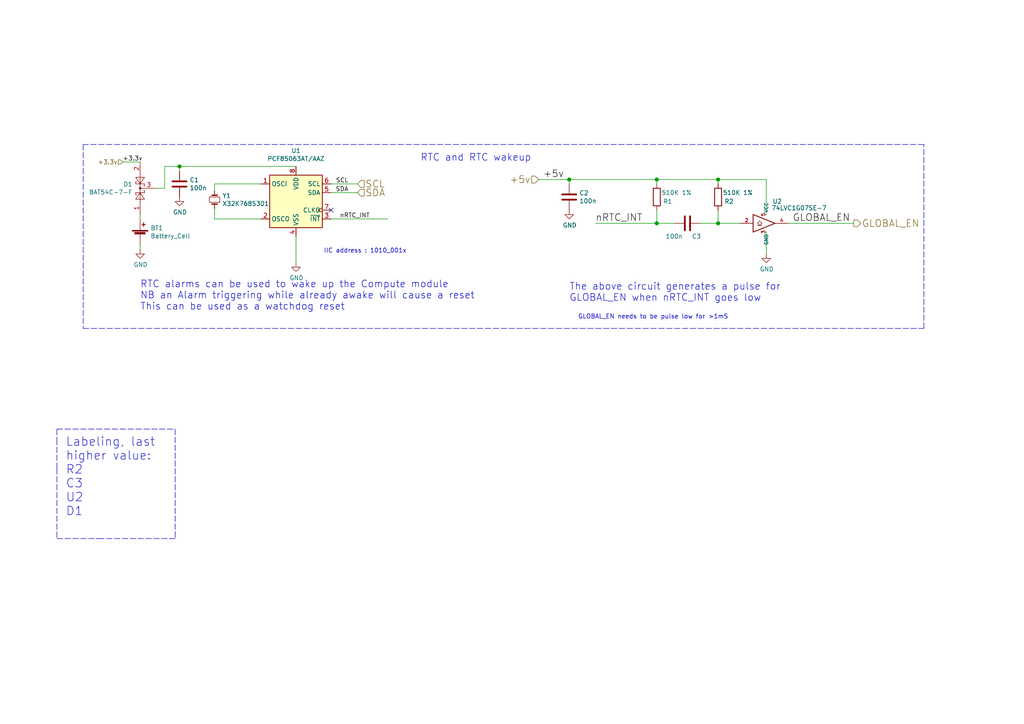
<source format=kicad_sch>
(kicad_sch (version 20210621) (generator eeschema)

  (uuid 3f570801-f100-4642-9b55-9d95a78f7f47)

  (paper "A4")

  (title_block
    (title "RTC")
    (date "2021-10-22")
    (rev "01")
    (company "Surveilia")
    (comment 1 "Author: Chase W. & Kaden T.")
  )

  (lib_symbols
    (symbol "CM4IO:74LVC1G07_copy" (in_bom yes) (on_board yes)
      (property "Reference" "U" (id 0) (at -2.54 3.81 0)
        (effects (font (size 1.27 1.27)))
      )
      (property "Value" "74LVC1G07_copy" (id 1) (at 0 -3.81 0)
        (effects (font (size 1.27 1.27)))
      )
      (property "Footprint" "Package_TO_SOT_SMD:SOT-353_SC-70-5" (id 2) (at 0 0 0)
        (effects (font (size 1.27 1.27)) hide)
      )
      (property "Datasheet" "http://www.ti.com/lit/sg/scyt129e/scyt129e.pdf" (id 3) (at 0 0 0)
        (effects (font (size 1.27 1.27)) hide)
      )
      (property "ki_keywords" "Single Gate Buff LVC CMOS Open Drain" (id 4) (at 0 0 0)
        (effects (font (size 1.27 1.27)) hide)
      )
      (property "ki_description" "Single Buffer Gate w/ Open Drain, Low-Voltage CMOS" (id 5) (at 0 0 0)
        (effects (font (size 1.27 1.27)) hide)
      )
      (property "ki_fp_filters" "SOT* SG-*" (id 6) (at 0 0 0)
        (effects (font (size 1.27 1.27)) hide)
      )
      (symbol "74LVC1G07_copy_0_1"
        (polyline
          (pts
            (xy -2.54 -0.635)
            (xy -1.27 -0.635)
          )
          (stroke (width 0)) (fill (type none))
        )
        (polyline
          (pts
            (xy -3.81 2.54)
            (xy -3.81 -2.54)
            (xy 2.54 0)
            (xy -3.81 2.54)
          )
          (stroke (width 0.254)) (fill (type none))
        )
        (polyline
          (pts
            (xy -1.905 0.635)
            (xy -2.54 0)
            (xy -1.905 -0.635)
            (xy -1.27 0)
            (xy -1.905 0.635)
          )
          (stroke (width 0)) (fill (type none))
        )
      )
      (symbol "74LVC1G07_copy_1_1"
        (pin input line (at -7.62 0 0) (length 3.81)
          (name "~" (effects (font (size 1.016 1.016))))
          (number "2" (effects (font (size 1.016 1.016))))
        )
        (pin power_in line (at 0 -2.54 270) (length 0)
          (name "GND" (effects (font (size 1.016 1.016))))
          (number "3" (effects (font (size 1.016 1.016))))
        )
        (pin open_collector line (at 6.35 0 180) (length 3.81)
          (name "~" (effects (font (size 1.016 1.016))))
          (number "4" (effects (font (size 1.016 1.016))))
        )
        (pin power_in line (at 0 2.54 90) (length 0)
          (name "VCC" (effects (font (size 1.016 1.016))))
          (number "5" (effects (font (size 1.016 1.016))))
        )
      )
    )
    (symbol "Device:Battery_Cell" (pin_numbers hide) (pin_names (offset 0) hide) (in_bom yes) (on_board yes)
      (property "Reference" "BT" (id 0) (at 2.54 2.54 0)
        (effects (font (size 1.27 1.27)) (justify left))
      )
      (property "Value" "Battery_Cell" (id 1) (at 2.54 0 0)
        (effects (font (size 1.27 1.27)) (justify left))
      )
      (property "Footprint" "" (id 2) (at 0 1.524 90)
        (effects (font (size 1.27 1.27)) hide)
      )
      (property "Datasheet" "~" (id 3) (at 0 1.524 90)
        (effects (font (size 1.27 1.27)) hide)
      )
      (property "ki_keywords" "battery cell" (id 4) (at 0 0 0)
        (effects (font (size 1.27 1.27)) hide)
      )
      (property "ki_description" "Single-cell battery" (id 5) (at 0 0 0)
        (effects (font (size 1.27 1.27)) hide)
      )
      (symbol "Battery_Cell_0_1"
        (rectangle (start -2.286 1.778) (end 2.286 1.524)
          (stroke (width 0)) (fill (type outline))
        )
        (rectangle (start -1.5748 1.1938) (end 1.4732 0.6858)
          (stroke (width 0)) (fill (type outline))
        )
        (polyline
          (pts
            (xy 0 0.762)
            (xy 0 0)
          )
          (stroke (width 0)) (fill (type none))
        )
        (polyline
          (pts
            (xy 0 1.778)
            (xy 0 2.54)
          )
          (stroke (width 0)) (fill (type none))
        )
        (polyline
          (pts
            (xy 0.508 3.429)
            (xy 1.524 3.429)
          )
          (stroke (width 0.254)) (fill (type none))
        )
        (polyline
          (pts
            (xy 1.016 3.937)
            (xy 1.016 2.921)
          )
          (stroke (width 0.254)) (fill (type none))
        )
      )
      (symbol "Battery_Cell_1_1"
        (pin passive line (at 0 5.08 270) (length 2.54)
          (name "+" (effects (font (size 1.27 1.27))))
          (number "1" (effects (font (size 1.27 1.27))))
        )
        (pin passive line (at 0 -2.54 90) (length 2.54)
          (name "-" (effects (font (size 1.27 1.27))))
          (number "2" (effects (font (size 1.27 1.27))))
        )
      )
    )
    (symbol "Device:C" (pin_numbers hide) (pin_names (offset 0.254)) (in_bom yes) (on_board yes)
      (property "Reference" "C" (id 0) (at 0.635 2.54 0)
        (effects (font (size 1.27 1.27)) (justify left))
      )
      (property "Value" "C" (id 1) (at 0.635 -2.54 0)
        (effects (font (size 1.27 1.27)) (justify left))
      )
      (property "Footprint" "" (id 2) (at 0.9652 -3.81 0)
        (effects (font (size 1.27 1.27)) hide)
      )
      (property "Datasheet" "~" (id 3) (at 0 0 0)
        (effects (font (size 1.27 1.27)) hide)
      )
      (property "ki_keywords" "cap capacitor" (id 4) (at 0 0 0)
        (effects (font (size 1.27 1.27)) hide)
      )
      (property "ki_description" "Unpolarized capacitor" (id 5) (at 0 0 0)
        (effects (font (size 1.27 1.27)) hide)
      )
      (property "ki_fp_filters" "C_*" (id 6) (at 0 0 0)
        (effects (font (size 1.27 1.27)) hide)
      )
      (symbol "C_0_1"
        (polyline
          (pts
            (xy -2.032 -0.762)
            (xy 2.032 -0.762)
          )
          (stroke (width 0.508)) (fill (type none))
        )
        (polyline
          (pts
            (xy -2.032 0.762)
            (xy 2.032 0.762)
          )
          (stroke (width 0.508)) (fill (type none))
        )
      )
      (symbol "C_1_1"
        (pin passive line (at 0 3.81 270) (length 2.794)
          (name "~" (effects (font (size 1.27 1.27))))
          (number "1" (effects (font (size 1.27 1.27))))
        )
        (pin passive line (at 0 -3.81 90) (length 2.794)
          (name "~" (effects (font (size 1.27 1.27))))
          (number "2" (effects (font (size 1.27 1.27))))
        )
      )
    )
    (symbol "Device:Crystal_Small" (pin_numbers hide) (pin_names hide) (in_bom yes) (on_board yes)
      (property "Reference" "Y" (id 0) (at 0 2.54 0)
        (effects (font (size 1.27 1.27)))
      )
      (property "Value" "Crystal_Small" (id 1) (at 0 -2.54 0)
        (effects (font (size 1.27 1.27)))
      )
      (property "Footprint" "" (id 2) (at 0 0 0)
        (effects (font (size 1.27 1.27)) hide)
      )
      (property "Datasheet" "~" (id 3) (at 0 0 0)
        (effects (font (size 1.27 1.27)) hide)
      )
      (property "ki_keywords" "quartz ceramic resonator oscillator" (id 4) (at 0 0 0)
        (effects (font (size 1.27 1.27)) hide)
      )
      (property "ki_description" "Two pin crystal, small symbol" (id 5) (at 0 0 0)
        (effects (font (size 1.27 1.27)) hide)
      )
      (property "ki_fp_filters" "Crystal*" (id 6) (at 0 0 0)
        (effects (font (size 1.27 1.27)) hide)
      )
      (symbol "Crystal_Small_0_1"
        (rectangle (start -0.762 -1.524) (end 0.762 1.524)
          (stroke (width 0)) (fill (type none))
        )
        (polyline
          (pts
            (xy -1.27 -0.762)
            (xy -1.27 0.762)
          )
          (stroke (width 0.381)) (fill (type none))
        )
        (polyline
          (pts
            (xy 1.27 -0.762)
            (xy 1.27 0.762)
          )
          (stroke (width 0.381)) (fill (type none))
        )
      )
      (symbol "Crystal_Small_1_1"
        (pin passive line (at -2.54 0 0) (length 1.27)
          (name "1" (effects (font (size 1.27 1.27))))
          (number "1" (effects (font (size 1.27 1.27))))
        )
        (pin passive line (at 2.54 0 180) (length 1.27)
          (name "2" (effects (font (size 1.27 1.27))))
          (number "2" (effects (font (size 1.27 1.27))))
        )
      )
    )
    (symbol "Device:R" (pin_numbers hide) (pin_names (offset 0)) (in_bom yes) (on_board yes)
      (property "Reference" "R" (id 0) (at 2.032 0 90)
        (effects (font (size 1.27 1.27)))
      )
      (property "Value" "R" (id 1) (at 0 0 90)
        (effects (font (size 1.27 1.27)))
      )
      (property "Footprint" "" (id 2) (at -1.778 0 90)
        (effects (font (size 1.27 1.27)) hide)
      )
      (property "Datasheet" "~" (id 3) (at 0 0 0)
        (effects (font (size 1.27 1.27)) hide)
      )
      (property "ki_keywords" "R res resistor" (id 4) (at 0 0 0)
        (effects (font (size 1.27 1.27)) hide)
      )
      (property "ki_description" "Resistor" (id 5) (at 0 0 0)
        (effects (font (size 1.27 1.27)) hide)
      )
      (property "ki_fp_filters" "R_*" (id 6) (at 0 0 0)
        (effects (font (size 1.27 1.27)) hide)
      )
      (symbol "R_0_1"
        (rectangle (start -1.016 -2.54) (end 1.016 2.54)
          (stroke (width 0.254)) (fill (type none))
        )
      )
      (symbol "R_1_1"
        (pin passive line (at 0 3.81 270) (length 1.27)
          (name "~" (effects (font (size 1.27 1.27))))
          (number "1" (effects (font (size 1.27 1.27))))
        )
        (pin passive line (at 0 -3.81 90) (length 1.27)
          (name "~" (effects (font (size 1.27 1.27))))
          (number "2" (effects (font (size 1.27 1.27))))
        )
      )
    )
    (symbol "Diode:BAT54C" (in_bom yes) (on_board yes)
      (property "Reference" "D" (id 0) (at 0.635 -3.81 0)
        (effects (font (size 1.27 1.27)) (justify left))
      )
      (property "Value" "BAT54C" (id 1) (at -6.35 3.175 0)
        (effects (font (size 1.27 1.27)) (justify left))
      )
      (property "Footprint" "Package_TO_SOT_SMD:SOT-23" (id 2) (at 1.905 3.175 0)
        (effects (font (size 1.27 1.27)) (justify left) hide)
      )
      (property "Datasheet" "http://www.diodes.com/_files/datasheets/ds11005.pdf" (id 3) (at -2.032 0 0)
        (effects (font (size 1.27 1.27)) hide)
      )
      (property "ki_keywords" "schottky diode common cathode" (id 4) (at 0 0 0)
        (effects (font (size 1.27 1.27)) hide)
      )
      (property "ki_description" "dual schottky barrier diode, common cathode" (id 5) (at 0 0 0)
        (effects (font (size 1.27 1.27)) hide)
      )
      (property "ki_fp_filters" "SOT?23*" (id 6) (at 0 0 0)
        (effects (font (size 1.27 1.27)) hide)
      )
      (symbol "BAT54C_0_1"
        (circle (center 0 0) (radius 0.254) (stroke (width 0)) (fill (type outline)))
        (polyline
          (pts
            (xy -1.905 0)
            (xy 1.905 0)
          )
          (stroke (width 0)) (fill (type none))
        )
        (polyline
          (pts
            (xy -1.905 1.27)
            (xy -1.905 1.016)
          )
          (stroke (width 0)) (fill (type none))
        )
        (polyline
          (pts
            (xy -1.27 -1.27)
            (xy -0.635 -1.27)
          )
          (stroke (width 0)) (fill (type none))
        )
        (polyline
          (pts
            (xy -1.27 0)
            (xy -3.81 0)
          )
          (stroke (width 0)) (fill (type none))
        )
        (polyline
          (pts
            (xy -1.27 1.27)
            (xy -1.905 1.27)
          )
          (stroke (width 0)) (fill (type none))
        )
        (polyline
          (pts
            (xy -1.27 1.27)
            (xy -1.27 -1.27)
          )
          (stroke (width 0)) (fill (type none))
        )
        (polyline
          (pts
            (xy -0.635 -1.27)
            (xy -0.635 -1.016)
          )
          (stroke (width 0)) (fill (type none))
        )
        (polyline
          (pts
            (xy 0.635 -1.27)
            (xy 0.635 -1.016)
          )
          (stroke (width 0)) (fill (type none))
        )
        (polyline
          (pts
            (xy 1.27 -1.27)
            (xy 0.635 -1.27)
          )
          (stroke (width 0)) (fill (type none))
        )
        (polyline
          (pts
            (xy 1.27 1.27)
            (xy 1.27 -1.27)
          )
          (stroke (width 0)) (fill (type none))
        )
        (polyline
          (pts
            (xy 1.27 1.27)
            (xy 1.905 1.27)
          )
          (stroke (width 0)) (fill (type none))
        )
        (polyline
          (pts
            (xy 1.905 1.27)
            (xy 1.905 1.016)
          )
          (stroke (width 0)) (fill (type none))
        )
        (polyline
          (pts
            (xy 3.81 0)
            (xy 1.27 0)
          )
          (stroke (width 0)) (fill (type none))
        )
        (polyline
          (pts
            (xy -3.175 -1.27)
            (xy -3.175 1.27)
            (xy -1.27 0)
            (xy -3.175 -1.27)
          )
          (stroke (width 0)) (fill (type none))
        )
        (polyline
          (pts
            (xy 3.175 -1.27)
            (xy 3.175 1.27)
            (xy 1.27 0)
            (xy 3.175 -1.27)
          )
          (stroke (width 0)) (fill (type none))
        )
      )
      (symbol "BAT54C_1_1"
        (pin passive line (at -7.62 0 0) (length 3.81)
          (name "~" (effects (font (size 1.27 1.27))))
          (number "1" (effects (font (size 1.27 1.27))))
        )
        (pin passive line (at 7.62 0 180) (length 3.81)
          (name "~" (effects (font (size 1.27 1.27))))
          (number "2" (effects (font (size 1.27 1.27))))
        )
        (pin passive line (at 0 -5.08 90) (length 5.08)
          (name "~" (effects (font (size 1.27 1.27))))
          (number "3" (effects (font (size 1.27 1.27))))
        )
      )
    )
    (symbol "Timer_RTC:PCF8563T" (in_bom yes) (on_board yes)
      (property "Reference" "U" (id 0) (at -7.62 8.89 0)
        (effects (font (size 1.27 1.27)) (justify left))
      )
      (property "Value" "PCF8563T" (id 1) (at 2.54 8.89 0)
        (effects (font (size 1.27 1.27)) (justify left))
      )
      (property "Footprint" "Package_SO:SOIC-8_3.9x4.9mm_P1.27mm" (id 2) (at 0 0 0)
        (effects (font (size 1.27 1.27)) hide)
      )
      (property "Datasheet" "https://assets.nexperia.com/documents/data-sheet/PCF8563.pdf" (id 3) (at 0 0 0)
        (effects (font (size 1.27 1.27)) hide)
      )
      (property "ki_keywords" "I2C RTC Clock Calendar" (id 4) (at 0 0 0)
        (effects (font (size 1.27 1.27)) hide)
      )
      (property "ki_description" "Realtime Clock/Calendar I2C Interface, SOIC-8" (id 5) (at 0 0 0)
        (effects (font (size 1.27 1.27)) hide)
      )
      (property "ki_fp_filters" "SOIC*3.9x4.9mm*P1.27mm*" (id 6) (at 0 0 0)
        (effects (font (size 1.27 1.27)) hide)
      )
      (symbol "PCF8563T_0_1"
        (rectangle (start -7.62 7.62) (end 7.62 -7.62)
          (stroke (width 0.254)) (fill (type background))
        )
      )
      (symbol "PCF8563T_1_1"
        (pin input line (at -10.16 5.08 0) (length 2.54)
          (name "OSCI" (effects (font (size 1.27 1.27))))
          (number "1" (effects (font (size 1.27 1.27))))
        )
        (pin output line (at -10.16 -5.08 0) (length 2.54)
          (name "OSCO" (effects (font (size 1.27 1.27))))
          (number "2" (effects (font (size 1.27 1.27))))
        )
        (pin output line (at 10.16 -5.08 180) (length 2.54)
          (name "~{INT}" (effects (font (size 1.27 1.27))))
          (number "3" (effects (font (size 1.27 1.27))))
        )
        (pin power_in line (at 0 -10.16 90) (length 2.54)
          (name "VSS" (effects (font (size 1.27 1.27))))
          (number "4" (effects (font (size 1.27 1.27))))
        )
        (pin bidirectional line (at 10.16 2.54 180) (length 2.54)
          (name "SDA" (effects (font (size 1.27 1.27))))
          (number "5" (effects (font (size 1.27 1.27))))
        )
        (pin input line (at 10.16 5.08 180) (length 2.54)
          (name "SCL" (effects (font (size 1.27 1.27))))
          (number "6" (effects (font (size 1.27 1.27))))
        )
        (pin output clock (at 10.16 -2.54 180) (length 2.54)
          (name "CLKO" (effects (font (size 1.27 1.27))))
          (number "7" (effects (font (size 1.27 1.27))))
        )
        (pin power_in line (at 0 10.16 270) (length 2.54)
          (name "VDD" (effects (font (size 1.27 1.27))))
          (number "8" (effects (font (size 1.27 1.27))))
        )
      )
    )
    (symbol "power:GND" (power) (pin_names (offset 0)) (in_bom yes) (on_board yes)
      (property "Reference" "#PWR" (id 0) (at 0 -6.35 0)
        (effects (font (size 1.27 1.27)) hide)
      )
      (property "Value" "GND" (id 1) (at 0 -3.81 0)
        (effects (font (size 1.27 1.27)))
      )
      (property "Footprint" "" (id 2) (at 0 0 0)
        (effects (font (size 1.27 1.27)) hide)
      )
      (property "Datasheet" "" (id 3) (at 0 0 0)
        (effects (font (size 1.27 1.27)) hide)
      )
      (property "ki_keywords" "power-flag" (id 4) (at 0 0 0)
        (effects (font (size 1.27 1.27)) hide)
      )
      (property "ki_description" "Power symbol creates a global label with name \"GND\" , ground" (id 5) (at 0 0 0)
        (effects (font (size 1.27 1.27)) hide)
      )
      (symbol "GND_0_1"
        (polyline
          (pts
            (xy 0 0)
            (xy 0 -1.27)
            (xy 1.27 -1.27)
            (xy 0 -2.54)
            (xy -1.27 -1.27)
            (xy 0 -1.27)
          )
          (stroke (width 0)) (fill (type none))
        )
      )
      (symbol "GND_1_1"
        (pin power_in line (at 0 0 270) (length 0) hide
          (name "GND" (effects (font (size 1.27 1.27))))
          (number "1" (effects (font (size 1.27 1.27))))
        )
      )
    )
  )


  (junction (at 52.07 48.26) (diameter 1.016) (color 0 0 0 0))
  (junction (at 165.1 52.07) (diameter 1.016) (color 0 0 0 0))
  (junction (at 190.5 52.07) (diameter 1.016) (color 0 0 0 0))
  (junction (at 190.5 64.77) (diameter 1.016) (color 0 0 0 0))
  (junction (at 208.28 52.07) (diameter 1.016) (color 0 0 0 0))
  (junction (at 208.28 64.77) (diameter 1.016) (color 0 0 0 0))

  (no_connect (at 96.012 60.96) (uuid cc067911-9963-4564-bc7f-5ed03a256906))

  (wire (pts (xy 35.56 46.99) (xy 40.64 46.99))
    (stroke (width 0) (type default) (color 0 0 0 0))
    (uuid c486b209-ae4b-4635-84ce-193b960446b5)
  )
  (wire (pts (xy 40.64 62.23) (xy 40.64 63.5))
    (stroke (width 0) (type default) (color 0 0 0 0))
    (uuid ce37c02d-9b8c-4708-969b-f3eed95357d1)
  )
  (wire (pts (xy 40.64 71.12) (xy 40.64 72.39))
    (stroke (width 0) (type default) (color 0 0 0 0))
    (uuid f82d0ad4-6388-4db1-b62e-710b51513dab)
  )
  (wire (pts (xy 45.72 54.61) (xy 47.752 54.61))
    (stroke (width 0) (type default) (color 0 0 0 0))
    (uuid d0179115-d4ea-4285-8634-f3c215faa2a2)
  )
  (wire (pts (xy 47.752 48.26) (xy 52.07 48.26))
    (stroke (width 0) (type solid) (color 0 0 0 0))
    (uuid 05102479-b98b-482b-983c-bb8134dd3092)
  )
  (wire (pts (xy 47.752 54.61) (xy 47.752 48.26))
    (stroke (width 0) (type solid) (color 0 0 0 0))
    (uuid 3533f97d-5907-498f-9ff8-6b43e61617a7)
  )
  (wire (pts (xy 52.07 48.26) (xy 52.07 49.5554))
    (stroke (width 0) (type solid) (color 0 0 0 0))
    (uuid cec01b56-2ad2-4b53-9c2b-fe79e149a913)
  )
  (wire (pts (xy 52.07 48.26) (xy 85.852 48.26))
    (stroke (width 0) (type solid) (color 0 0 0 0))
    (uuid 190f9ffe-7fe2-4737-84d7-695402e3a9b3)
  )
  (wire (pts (xy 62.23 53.34) (xy 62.23 55.372))
    (stroke (width 0) (type solid) (color 0 0 0 0))
    (uuid 700a65b6-e984-4f58-8bd1-75f877f16877)
  )
  (wire (pts (xy 62.23 53.34) (xy 75.692 53.34))
    (stroke (width 0) (type solid) (color 0 0 0 0))
    (uuid c14b829d-3379-4bdf-aa67-ff84b035171b)
  )
  (wire (pts (xy 62.23 63.5) (xy 62.23 60.452))
    (stroke (width 0) (type solid) (color 0 0 0 0))
    (uuid d3a58c59-e22f-4a7e-b450-4f5a05ab45c4)
  )
  (wire (pts (xy 75.692 63.5) (xy 62.23 63.5))
    (stroke (width 0) (type solid) (color 0 0 0 0))
    (uuid 439cab1e-80e4-4d8e-87a9-2d90a3315d83)
  )
  (wire (pts (xy 85.852 68.58) (xy 85.852 76.2))
    (stroke (width 0) (type solid) (color 0 0 0 0))
    (uuid 074779b2-a4a6-46e8-88d6-3be902fff082)
  )
  (wire (pts (xy 96.012 63.5) (xy 112.522 63.5))
    (stroke (width 0) (type solid) (color 0 0 0 0))
    (uuid b42f4c17-7e86-470f-a178-70adebcf1f01)
  )
  (wire (pts (xy 103.632 53.34) (xy 96.012 53.34))
    (stroke (width 0) (type solid) (color 0 0 0 0))
    (uuid c78ad88d-8368-409e-9a61-4a0cd98ea4b2)
  )
  (wire (pts (xy 103.632 55.88) (xy 96.012 55.88))
    (stroke (width 0) (type solid) (color 0 0 0 0))
    (uuid 648152fb-756a-48c3-961c-9a7dfc712393)
  )
  (wire (pts (xy 156.21 52.07) (xy 165.1 52.07))
    (stroke (width 0) (type solid) (color 0 0 0 0))
    (uuid edec3df6-26ee-49cc-8ce3-c68d1dcfaba0)
  )
  (wire (pts (xy 165.1 52.07) (xy 190.5 52.07))
    (stroke (width 0) (type solid) (color 0 0 0 0))
    (uuid 9032aea4-7dc4-4aae-8ad3-7ef02e4ad45e)
  )
  (wire (pts (xy 165.1 53.34) (xy 165.1 52.07))
    (stroke (width 0) (type solid) (color 0 0 0 0))
    (uuid 40f35a75-b745-4c41-95f9-4ba6fdab28a3)
  )
  (wire (pts (xy 172.72 64.77) (xy 190.5 64.77))
    (stroke (width 0) (type solid) (color 0 0 0 0))
    (uuid 118413ee-f8e9-4896-bd7b-2fb3f7ceb0be)
  )
  (wire (pts (xy 190.5 52.07) (xy 190.5 53.34))
    (stroke (width 0) (type solid) (color 0 0 0 0))
    (uuid 7d162c7c-fada-4430-b91c-5941deaa4d61)
  )
  (wire (pts (xy 190.5 52.07) (xy 208.28 52.07))
    (stroke (width 0) (type solid) (color 0 0 0 0))
    (uuid 1b23df38-0ac3-4de9-a2d6-9a8bf8a6736a)
  )
  (wire (pts (xy 190.5 64.77) (xy 190.5 60.96))
    (stroke (width 0) (type solid) (color 0 0 0 0))
    (uuid 98c374b1-2e8c-4a30-85ea-458926f65e59)
  )
  (wire (pts (xy 190.5 64.77) (xy 195.58 64.77))
    (stroke (width 0) (type solid) (color 0 0 0 0))
    (uuid 73b029e2-0877-4754-a59a-cba8d6c497ac)
  )
  (wire (pts (xy 203.2 64.77) (xy 208.28 64.77))
    (stroke (width 0) (type solid) (color 0 0 0 0))
    (uuid ec61812b-ef7b-4fb7-a8d3-ddc858de87fd)
  )
  (wire (pts (xy 208.28 52.07) (xy 208.28 53.34))
    (stroke (width 0) (type solid) (color 0 0 0 0))
    (uuid b7d6e0f0-cb65-4112-8fb4-e5f0c07d2eb3)
  )
  (wire (pts (xy 208.28 52.07) (xy 222.25 52.07))
    (stroke (width 0) (type solid) (color 0 0 0 0))
    (uuid ac7693ea-bba6-4dca-b41f-1ca6d3fce091)
  )
  (wire (pts (xy 208.28 64.77) (xy 208.28 60.96))
    (stroke (width 0) (type solid) (color 0 0 0 0))
    (uuid fce0959a-8f3e-44e5-9686-f63f4e01c4b2)
  )
  (wire (pts (xy 208.28 64.77) (xy 214.63 64.77))
    (stroke (width 0) (type solid) (color 0 0 0 0))
    (uuid ee58cec1-92f4-4608-b197-583a4e310017)
  )
  (wire (pts (xy 222.25 52.07) (xy 222.25 62.23))
    (stroke (width 0) (type solid) (color 0 0 0 0))
    (uuid 64ba5586-9424-44ab-b0f9-fb907f510e1f)
  )
  (wire (pts (xy 222.25 67.31) (xy 222.25 73.66))
    (stroke (width 0) (type solid) (color 0 0 0 0))
    (uuid 7c4010d7-e0b1-4355-9027-776e513a4083)
  )
  (wire (pts (xy 228.6 64.77) (xy 247.65 64.77))
    (stroke (width 0) (type solid) (color 0 0 0 0))
    (uuid fb533209-2ad1-4330-822e-05e4f7623c7d)
  )
  (polyline (pts (xy 16.51 124.46) (xy 16.51 128.27))
    (stroke (width 0) (type default) (color 0 0 0 0))
    (uuid 265da6c6-f3d0-498d-8aad-8da946de1a81)
  )
  (polyline (pts (xy 16.51 124.46) (xy 50.8 124.46))
    (stroke (width 0) (type default) (color 0 0 0 0))
    (uuid 3d1affc4-480b-4524-9156-b43591e6cabf)
  )
  (polyline (pts (xy 16.51 135.89) (xy 16.51 128.27))
    (stroke (width 0) (type default) (color 0 0 0 0))
    (uuid 3d1affc4-480b-4524-9156-b43591e6cabf)
  )
  (polyline (pts (xy 16.51 135.89) (xy 16.51 156.21))
    (stroke (width 0) (type default) (color 0 0 0 0))
    (uuid 6be270b6-aba6-4b7d-b4f2-3ac232640444)
  )
  (polyline (pts (xy 16.51 156.21) (xy 29.21 156.21))
    (stroke (width 0) (type default) (color 0 0 0 0))
    (uuid 6be270b6-aba6-4b7d-b4f2-3ac232640444)
  )
  (polyline (pts (xy 24.13 41.91) (xy 24.13 95.25))
    (stroke (width 0) (type dash) (color 0 0 0 0))
    (uuid b7e64165-307d-4bd9-b48a-c6232d8cf39c)
  )
  (polyline (pts (xy 24.13 95.25) (xy 267.97 95.25))
    (stroke (width 0) (type dash) (color 0 0 0 0))
    (uuid 27cbca81-b509-483b-80c9-91090b7bd42f)
  )
  (polyline (pts (xy 50.8 124.46) (xy 50.8 156.21))
    (stroke (width 0) (type default) (color 0 0 0 0))
    (uuid 3d1affc4-480b-4524-9156-b43591e6cabf)
  )
  (polyline (pts (xy 50.8 156.21) (xy 29.21 156.21))
    (stroke (width 0) (type default) (color 0 0 0 0))
    (uuid 3d1affc4-480b-4524-9156-b43591e6cabf)
  )
  (polyline (pts (xy 267.97 41.91) (xy 24.13 41.91))
    (stroke (width 0) (type dash) (color 0 0 0 0))
    (uuid b0d82a42-649c-462e-8005-9455d479d596)
  )
  (polyline (pts (xy 267.97 95.25) (xy 267.97 41.91))
    (stroke (width 0) (type dash) (color 0 0 0 0))
    (uuid 891f4d18-3268-48f4-8c40-8763340fc5d9)
  )

  (text "Labeling, last \nhigher value:\nR2\nC3\nU2\nD1" (at 19.05 149.86 0)
    (effects (font (size 2.5 2.5)) (justify left bottom))
    (uuid 3aa8e77f-38e6-4c51-8e6a-3abf4413bf7f)
  )
  (text "RTC alarms can be used to wake up the Compute module\nNB an Alarm triggering while already awake will cause a reset \nThis can be used as a watchdog reset "
    (at 40.64 90.17 0)
    (effects (font (size 2.0066 2.0066)) (justify left bottom))
    (uuid 52751298-1e08-41f3-8de1-932fb6b88d4c)
  )
  (text "IIC address : 1010_001x" (at 93.9038 73.5838 0)
    (effects (font (size 1.27 1.27)) (justify left bottom))
    (uuid f2c5f656-5e3b-4dbd-804f-8a36fe9a1c7f)
  )
  (text "RTC and RTC wakeup" (at 121.92 46.99 0)
    (effects (font (size 2.0066 2.0066)) (justify left bottom))
    (uuid b473bab3-928f-4e75-b2be-947e2bdb953e)
  )
  (text "The above circuit generates a pulse for\nGLOBAL_EN when nRTC_INT goes low"
    (at 165.1 87.63 0)
    (effects (font (size 2.0066 2.0066)) (justify left bottom))
    (uuid 9336214d-6184-4055-8216-59e256f5d61e)
  )
  (text "GLOBAL_EN needs to be pulse low for >1mS" (at 167.64 92.71 0)
    (effects (font (size 1.27 1.27)) (justify left bottom))
    (uuid c8aec650-f890-43c1-88a5-38bb380f051e)
  )

  (label "+3.3v" (at 35.56 46.99 0)
    (effects (font (size 1.27 1.27)) (justify left bottom))
    (uuid 88ab5883-3266-4743-a188-100e48c2459f)
  )
  (label "nRTC_INT" (at 98.552 63.5 0)
    (effects (font (size 1.27 1.27)) (justify left bottom))
    (uuid 9858b873-10e5-4047-a20c-1b7dfa2119a9)
  )
  (label "SCL" (at 101.092 53.34 180)
    (effects (font (size 1.27 1.27)) (justify right bottom))
    (uuid 74884109-f201-4718-ab0c-e4121c948971)
  )
  (label "SDA" (at 101.092 55.88 180)
    (effects (font (size 1.27 1.27)) (justify right bottom))
    (uuid a3197e5d-a48d-4a37-81fb-552ebaecd42c)
  )
  (label "+5v" (at 157.48 52.07 0)
    (effects (font (size 2.0066 2.0066)) (justify left bottom))
    (uuid ca94eaee-4236-4c0b-b504-718820ad36b9)
  )
  (label "nRTC_INT" (at 172.72 64.77 0)
    (effects (font (size 2.0066 2.0066)) (justify left bottom))
    (uuid 8d596828-24e1-413b-86e8-3c85ca256921)
  )
  (label "GLOBAL_EN" (at 229.87 64.77 0)
    (effects (font (size 2.0066 2.0066)) (justify left bottom))
    (uuid eeaa9e4d-1712-4735-b1ea-18e5f321b4e5)
  )

  (hierarchical_label "+3.3v" (shape input) (at 35.56 46.99 180)
    (effects (font (size 1.27 1.27)) (justify right))
    (uuid 6c2c97a6-5ec0-4ee7-9324-5fea760d1f6b)
  )
  (hierarchical_label "SCL" (shape input) (at 103.632 53.34 0)
    (effects (font (size 2.0066 2.0066)) (justify left))
    (uuid ac082bc1-1cc4-403e-a0a0-c251da039855)
  )
  (hierarchical_label "SDA" (shape input) (at 103.632 55.88 0)
    (effects (font (size 2.0066 2.0066)) (justify left))
    (uuid d2354069-beef-4e3a-892c-80d2b2df4d55)
  )
  (hierarchical_label "+5v" (shape input) (at 156.21 52.07 180)
    (effects (font (size 2.0066 2.0066)) (justify right))
    (uuid b30edb77-ca01-4641-ac1f-12ee4fe205be)
  )
  (hierarchical_label "GLOBAL_EN" (shape output) (at 247.65 64.77 0)
    (effects (font (size 2.0066 2.0066)) (justify left))
    (uuid db79d2ae-787c-4d0c-bcab-8a3766340ce5)
  )

  (symbol (lib_id "power:GND") (at 40.64 72.39 0) (unit 1)
    (in_bom yes) (on_board yes)
    (uuid b0ded49c-135e-4f74-8c52-e000b8ab97b9)
    (property "Reference" "#PWR0127" (id 0) (at 40.64 78.74 0)
      (effects (font (size 1.27 1.27)) hide)
    )
    (property "Value" "GND" (id 1) (at 40.767 76.7842 0))
    (property "Footprint" "" (id 2) (at 40.64 72.39 0)
      (effects (font (size 1.27 1.27)) hide)
    )
    (property "Datasheet" "" (id 3) (at 40.64 72.39 0)
      (effects (font (size 1.27 1.27)) hide)
    )
    (pin "1" (uuid ee4c50e1-2403-43c0-8fe0-96d60381b68d))
  )

  (symbol (lib_id "power:GND") (at 52.07 57.1754 0) (unit 1)
    (in_bom yes) (on_board yes)
    (uuid d898cb43-4e57-4fc5-a23f-e67a28156ea7)
    (property "Reference" "#PWR0124" (id 0) (at 52.07 63.5254 0)
      (effects (font (size 1.27 1.27)) hide)
    )
    (property "Value" "GND" (id 1) (at 52.197 61.5696 0))
    (property "Footprint" "" (id 2) (at 52.07 57.1754 0)
      (effects (font (size 1.27 1.27)) hide)
    )
    (property "Datasheet" "" (id 3) (at 52.07 57.1754 0)
      (effects (font (size 1.27 1.27)) hide)
    )
    (pin "1" (uuid cfb7cd19-6805-4227-9d9d-5c362eaee2b0))
  )

  (symbol (lib_id "power:GND") (at 85.852 76.2 0) (unit 1)
    (in_bom yes) (on_board yes)
    (uuid a6850f9d-730e-4408-9d2a-5b0073cad004)
    (property "Reference" "#PWR0126" (id 0) (at 85.852 82.55 0)
      (effects (font (size 1.27 1.27)) hide)
    )
    (property "Value" "GND" (id 1) (at 85.979 80.5942 0))
    (property "Footprint" "" (id 2) (at 85.852 76.2 0)
      (effects (font (size 1.27 1.27)) hide)
    )
    (property "Datasheet" "" (id 3) (at 85.852 76.2 0)
      (effects (font (size 1.27 1.27)) hide)
    )
    (pin "1" (uuid a35d95ec-90e0-4632-a060-e07b5c91bccb))
  )

  (symbol (lib_id "power:GND") (at 165.1 60.96 0) (unit 1)
    (in_bom yes) (on_board yes)
    (uuid 8a946852-e00f-40e7-9cef-0453de8a0761)
    (property "Reference" "#PWR0123" (id 0) (at 165.1 67.31 0)
      (effects (font (size 1.27 1.27)) hide)
    )
    (property "Value" "GND" (id 1) (at 165.227 65.3542 0))
    (property "Footprint" "" (id 2) (at 165.1 60.96 0)
      (effects (font (size 1.27 1.27)) hide)
    )
    (property "Datasheet" "" (id 3) (at 165.1 60.96 0)
      (effects (font (size 1.27 1.27)) hide)
    )
    (pin "1" (uuid ca2f4eb0-3d32-42e2-bc3b-a917256f6db4))
  )

  (symbol (lib_id "power:GND") (at 222.25 73.66 0) (unit 1)
    (in_bom yes) (on_board yes)
    (uuid afe34309-a317-4eee-9e2b-15ecb5a5081e)
    (property "Reference" "#PWR0125" (id 0) (at 222.25 80.01 0)
      (effects (font (size 1.27 1.27)) hide)
    )
    (property "Value" "GND" (id 1) (at 222.377 78.0542 0))
    (property "Footprint" "" (id 2) (at 222.25 73.66 0)
      (effects (font (size 1.27 1.27)) hide)
    )
    (property "Datasheet" "" (id 3) (at 222.25 73.66 0)
      (effects (font (size 1.27 1.27)) hide)
    )
    (pin "1" (uuid db9f9354-48f2-4996-9893-bbe54c36a454))
  )

  (symbol (lib_id "Device:Crystal_Small") (at 62.23 57.912 90) (unit 1)
    (in_bom yes) (on_board yes)
    (uuid 52d3459e-918a-4cbc-b413-6f5f0bd7f519)
    (property "Reference" "Y1" (id 0) (at 64.4652 56.769 90)
      (effects (font (size 1.27 1.27)) (justify right))
    )
    (property "Value" "X32K768S301" (id 1) (at 64.4652 59.055 90)
      (effects (font (size 1.27 1.27)) (justify right))
    )
    (property "Footprint" "Crystal:Crystal_SMD_3215-2Pin_3.2x1.5mm" (id 2) (at 62.23 57.912 0)
      (effects (font (size 1.27 1.27)) hide)
    )
    (property "Datasheet" "~" (id 3) (at 62.23 57.912 0)
      (effects (font (size 1.27 1.27)) hide)
    )
    (property "Field6" "X32K768S301" (id 4) (at 62.23 57.912 0)
      (effects (font (size 1.27 1.27)) hide)
    )
    (property "Field7" "AEL" (id 5) (at 62.23 57.912 0)
      (effects (font (size 1.27 1.27)) hide)
    )
    (property "Part Description" "Crystal 32.768KHz 7pF 20pmm" (id 6) (at 62.23 57.912 0)
      (effects (font (size 1.27 1.27)) hide)
    )
    (pin "1" (uuid 89a98eff-5e9a-456c-bb1f-a87fb3747d14))
    (pin "2" (uuid c392f342-ff9e-4a12-a989-f9fa43198523))
  )

  (symbol (lib_id "Device:R") (at 190.5 57.15 180) (unit 1)
    (in_bom yes) (on_board yes)
    (uuid e82f399c-eb02-4e5e-812f-ada22b0bcab1)
    (property "Reference" "R1" (id 0) (at 193.675 58.42 0))
    (property "Value" "510K 1%" (id 1) (at 196.215 55.88 0))
    (property "Footprint" "Resistor_SMD:R_0402_1005Metric" (id 2) (at 192.278 57.15 90)
      (effects (font (size 1.27 1.27)) hide)
    )
    (property "Datasheet" "https://fscdn.rohm.com/en/products/databook/datasheet/passive/resistor/chip_resistor/mcr-e.pdf" (id 3) (at 190.5 57.15 0)
      (effects (font (size 1.27 1.27)) hide)
    )
    (property "Field4" "Farnell" (id 4) (at 190.5 57.15 0)
      (effects (font (size 1.27 1.27)) hide)
    )
    (property "Field5" "1458807" (id 5) (at 190.5 57.15 0)
      (effects (font (size 1.27 1.27)) hide)
    )
    (property "Field7" "Rohm" (id 6) (at 190.5 57.15 0)
      (effects (font (size 1.27 1.27)) hide)
    )
    (property "Field6" "MCR01MZPF5103" (id 7) (at 190.5 57.15 0)
      (effects (font (size 1.27 1.27)) hide)
    )
    (property "Part Description" "Resistor 510K M1005 1% 63mW" (id 8) (at 190.5 57.15 0)
      (effects (font (size 1.27 1.27)) hide)
    )
    (pin "1" (uuid 23056b02-f0d5-4f9f-a466-928c4336747c))
    (pin "2" (uuid 379342ce-96af-4c6a-9865-a9c40848a4a6))
  )

  (symbol (lib_id "Device:R") (at 208.28 57.15 180) (unit 1)
    (in_bom yes) (on_board yes)
    (uuid e05ceeb3-ed87-49fe-9c7f-1429b8b702fc)
    (property "Reference" "R2" (id 0) (at 211.455 58.42 0))
    (property "Value" "510K 1%" (id 1) (at 213.995 55.88 0))
    (property "Footprint" "Resistor_SMD:R_0402_1005Metric" (id 2) (at 210.058 57.15 90)
      (effects (font (size 1.27 1.27)) hide)
    )
    (property "Datasheet" "https://fscdn.rohm.com/en/products/databook/datasheet/passive/resistor/chip_resistor/mcr-e.pdf" (id 3) (at 208.28 57.15 0)
      (effects (font (size 1.27 1.27)) hide)
    )
    (property "Field4" "Farnell" (id 4) (at 208.28 57.15 0)
      (effects (font (size 1.27 1.27)) hide)
    )
    (property "Field5" "1458807" (id 5) (at 208.28 57.15 0)
      (effects (font (size 1.27 1.27)) hide)
    )
    (property "Field7" "Rohm" (id 6) (at 208.28 57.15 0)
      (effects (font (size 1.27 1.27)) hide)
    )
    (property "Field6" "MCR01MZPF5103" (id 7) (at 208.28 57.15 0)
      (effects (font (size 1.27 1.27)) hide)
    )
    (property "Part Description" "Resistor 510K M1005 1% 63mW" (id 8) (at 208.28 57.15 0)
      (effects (font (size 1.27 1.27)) hide)
    )
    (pin "1" (uuid ffd80999-d0ab-450c-be9e-bbc09d779b33))
    (pin "2" (uuid a6df5bfd-0a2f-43b0-bd4f-210b195a03ef))
  )

  (symbol (lib_id "Device:Battery_Cell") (at 40.64 68.58 0) (unit 1)
    (in_bom yes) (on_board yes)
    (uuid 8f895fb7-d775-4754-9766-bfb9cf5e0da5)
    (property "Reference" "BT1" (id 0) (at 43.6372 66.1416 0)
      (effects (font (size 1.27 1.27)) (justify left))
    )
    (property "Value" "Battery_Cell" (id 1) (at 43.6372 68.453 0)
      (effects (font (size 1.27 1.27)) (justify left))
    )
    (property "Footprint" "Battery:BatteryHolder_Keystone_3034_1x20mm" (id 2) (at 40.64 67.056 90)
      (effects (font (size 1.27 1.27)) hide)
    )
    (property "Datasheet" "https://www.keyelco.com/userAssets/file/M65p9.pdf" (id 3) (at 40.64 67.056 90)
      (effects (font (size 1.27 1.27)) hide)
    )
    (property "Field4" "Digikey" (id 4) (at 40.64 68.58 0)
      (effects (font (size 1.27 1.27)) hide)
    )
    (property "Field5" "36-3034-ND" (id 5) (at 40.64 68.58 0)
      (effects (font (size 1.27 1.27)) hide)
    )
    (property "Field6" "3034" (id 6) (at 40.64 68.58 0)
      (effects (font (size 1.27 1.27)) hide)
    )
    (property "Field7" "Keystone" (id 7) (at 40.64 68.58 0)
      (effects (font (size 1.27 1.27)) hide)
    )
    (property "Part Description" "	Battery Retainer Coin, 20.0mm 1 Cell SMD (SMT) Tab" (id 8) (at 40.64 68.58 0)
      (effects (font (size 1.27 1.27)) hide)
    )
    (pin "1" (uuid 8c6bc197-ae2e-40db-a2f1-94a27ca54959))
    (pin "2" (uuid 542a98d2-793e-44b2-a6ac-f4727156d82e))
  )

  (symbol (lib_id "Device:C") (at 52.07 53.3654 0) (unit 1)
    (in_bom yes) (on_board yes)
    (uuid f7268b37-fcbc-4670-b7ed-d7b44d655d32)
    (property "Reference" "C1" (id 0) (at 54.991 52.197 0)
      (effects (font (size 1.27 1.27)) (justify left))
    )
    (property "Value" "100n" (id 1) (at 54.991 54.5084 0)
      (effects (font (size 1.27 1.27)) (justify left))
    )
    (property "Footprint" "Capacitor_SMD:C_0402_1005Metric" (id 2) (at 53.0352 57.1754 0)
      (effects (font (size 1.27 1.27)) hide)
    )
    (property "Datasheet" "https://search.murata.co.jp/Ceramy/image/img/A01X/G101/ENG/GRM155R71C104KA88-01.pdf" (id 3) (at 52.07 53.3654 0)
      (effects (font (size 1.27 1.27)) hide)
    )
    (property "Field4" "Farnell" (id 4) (at 52.07 53.3654 0)
      (effects (font (size 1.27 1.27)) hide)
    )
    (property "Field5" "2611911" (id 5) (at 52.07 53.3654 0)
      (effects (font (size 1.27 1.27)) hide)
    )
    (property "Field6" "RM EMK105 B7104KV-F" (id 6) (at 52.07 53.3654 0)
      (effects (font (size 1.27 1.27)) hide)
    )
    (property "Field7" "TAIYO YUDEN EUROPE GMBH" (id 7) (at 52.07 53.3654 0)
      (effects (font (size 1.27 1.27)) hide)
    )
    (property "Part Description" "	0.1uF 10% 16V Ceramic Capacitor X7R 0402 (1005 Metric)" (id 8) (at 52.07 53.3654 0)
      (effects (font (size 1.27 1.27)) hide)
    )
    (property "Field8" "110091611" (id 9) (at 52.07 53.3654 0)
      (effects (font (size 1.27 1.27)) hide)
    )
    (pin "1" (uuid 9514317e-d52e-45be-a9f1-c8fc7cea7314))
    (pin "2" (uuid b0d41fed-58d2-4b08-bc75-d37b5c53d6a8))
  )

  (symbol (lib_id "Device:C") (at 165.1 57.15 0) (unit 1)
    (in_bom yes) (on_board yes)
    (uuid 0147610e-c622-4123-8bd1-5e5bab1055bb)
    (property "Reference" "C2" (id 0) (at 168.021 55.9816 0)
      (effects (font (size 1.27 1.27)) (justify left))
    )
    (property "Value" "100n" (id 1) (at 168.021 58.293 0)
      (effects (font (size 1.27 1.27)) (justify left))
    )
    (property "Footprint" "Capacitor_SMD:C_0402_1005Metric" (id 2) (at 166.0652 60.96 0)
      (effects (font (size 1.27 1.27)) hide)
    )
    (property "Datasheet" "https://search.murata.co.jp/Ceramy/image/img/A01X/G101/ENG/GRM155R71C104KA88-01.pdf" (id 3) (at 165.1 57.15 0)
      (effects (font (size 1.27 1.27)) hide)
    )
    (property "Field4" "Farnell" (id 4) (at 165.1 57.15 0)
      (effects (font (size 1.27 1.27)) hide)
    )
    (property "Field5" "2611911" (id 5) (at 165.1 57.15 0)
      (effects (font (size 1.27 1.27)) hide)
    )
    (property "Field6" "RM EMK105 B7104KV-F" (id 6) (at 165.1 57.15 0)
      (effects (font (size 1.27 1.27)) hide)
    )
    (property "Field7" "TAIYO YUDEN EUROPE GMBH" (id 7) (at 165.1 57.15 0)
      (effects (font (size 1.27 1.27)) hide)
    )
    (property "Part Description" "	0.1uF 10% 16V Ceramic Capacitor X7R 0402 (1005 Metric)" (id 8) (at 165.1 57.15 0)
      (effects (font (size 1.27 1.27)) hide)
    )
    (property "Field8" "110091611" (id 9) (at 165.1 57.15 0)
      (effects (font (size 1.27 1.27)) hide)
    )
    (pin "1" (uuid d9df33e6-8340-4235-9129-185d558ecf96))
    (pin "2" (uuid 4ccddbc2-323a-46b4-b780-6d8627febe8f))
  )

  (symbol (lib_id "Device:C") (at 199.39 64.77 270) (unit 1)
    (in_bom yes) (on_board yes)
    (uuid 228bb434-58f1-484d-8303-83f940e6339b)
    (property "Reference" "C3" (id 0) (at 200.66 68.58 90)
      (effects (font (size 1.27 1.27)) (justify left))
    )
    (property "Value" "100n" (id 1) (at 193.04 68.58 90)
      (effects (font (size 1.27 1.27)) (justify left))
    )
    (property "Footprint" "Capacitor_SMD:C_0402_1005Metric" (id 2) (at 195.58 65.7352 0)
      (effects (font (size 1.27 1.27)) hide)
    )
    (property "Datasheet" "https://search.murata.co.jp/Ceramy/image/img/A01X/G101/ENG/GRM155R71C104KA88-01.pdf" (id 3) (at 199.39 64.77 0)
      (effects (font (size 1.27 1.27)) hide)
    )
    (property "Field4" "Farnell" (id 4) (at 199.39 64.77 0)
      (effects (font (size 1.27 1.27)) hide)
    )
    (property "Field5" "2611911" (id 5) (at 199.39 64.77 0)
      (effects (font (size 1.27 1.27)) hide)
    )
    (property "Field6" "RM EMK105 B7104KV-F" (id 6) (at 199.39 64.77 0)
      (effects (font (size 1.27 1.27)) hide)
    )
    (property "Field7" "TAIYO YUDEN EUROPE GMBH" (id 7) (at 199.39 64.77 0)
      (effects (font (size 1.27 1.27)) hide)
    )
    (property "Part Description" "	0.1uF 10% 16V Ceramic Capacitor X7R 0402 (1005 Metric)" (id 8) (at 199.39 64.77 0)
      (effects (font (size 1.27 1.27)) hide)
    )
    (property "Field8" "110091611" (id 9) (at 199.39 64.77 0)
      (effects (font (size 1.27 1.27)) hide)
    )
    (pin "1" (uuid 03c01a63-a991-4a59-bea8-37eb4e409a05))
    (pin "2" (uuid 7e9aabfd-cbe5-4d15-afa0-38709db8ca88))
  )

  (symbol (lib_id "CM4IO:74LVC1G07_copy") (at 222.25 64.77 0) (unit 1)
    (in_bom yes) (on_board yes)
    (uuid 0a15892f-8a97-425d-a072-c729f28f2137)
    (property "Reference" "U2" (id 0) (at 225.425 58.42 0))
    (property "Value" "74LVC1G07SE-7" (id 1) (at 231.775 60.325 0))
    (property "Footprint" "Package_TO_SOT_SMD:SOT-353_SC-70-5" (id 2) (at 222.25 64.77 0)
      (effects (font (size 1.27 1.27)) hide)
    )
    (property "Datasheet" "https://www.diodes.com/assets/Datasheets/74LVC1G07.pdf" (id 3) (at 222.25 64.77 0)
      (effects (font (size 1.27 1.27)) hide)
    )
    (property "Field4" "Farnell" (id 4) (at 222.25 64.77 0)
      (effects (font (size 1.27 1.27)) hide)
    )
    (property "Field5" "2425492" (id 5) (at 222.25 64.77 0)
      (effects (font (size 1.27 1.27)) hide)
    )
    (property "Field6" "74LVC1G07SE-7" (id 6) (at 222.25 64.77 0)
      (effects (font (size 1.27 1.27)) hide)
    )
    (property "Field7" "Diodes" (id 7) (at 222.25 64.77 0)
      (effects (font (size 1.27 1.27)) hide)
    )
    (property "Part Description" "Buffer, Non-Inverting 1 Element 1 Bit per Element Open Drain Output SOT-353" (id 8) (at 222.25 64.77 0)
      (effects (font (size 1.27 1.27)) hide)
    )
    (pin "2" (uuid edfaac64-5520-4d14-883b-07b1894517ce))
    (pin "3" (uuid 72a2694e-06b0-4979-98f8-8ccc2f5142fe))
    (pin "4" (uuid 3c80ca14-dffb-48bb-bfdc-3fccbb023e1f))
    (pin "5" (uuid c3020a81-780c-463e-b258-72ce1c634126))
  )

  (symbol (lib_id "Diode:BAT54C") (at 40.64 54.61 90) (unit 1)
    (in_bom yes) (on_board yes)
    (uuid ea0ecda9-801f-4ecd-99eb-cf7e2e3bee1d)
    (property "Reference" "D1" (id 0) (at 38.4302 53.467 90)
      (effects (font (size 1.27 1.27)) (justify left))
    )
    (property "Value" "BAT54C-7-F" (id 1) (at 38.4302 55.753 90)
      (effects (font (size 1.27 1.27)) (justify left))
    )
    (property "Footprint" "Package_TO_SOT_SMD:SOT-23" (id 2) (at 37.465 52.705 0)
      (effects (font (size 1.27 1.27)) (justify left) hide)
    )
    (property "Datasheet" "http://www.farnell.com/datasheets/2861240.pdf?_ga=2.129831176.54358802.1587372871-1787849031.1568210898&_gac=1.175311126.1587399424.EAIaIQobChMInOvF07P36AIVw7HtCh0NWwCeEAAYAyAAEgI0YfD_BwE" (id 3) (at 40.64 56.642 0)
      (effects (font (size 1.27 1.27)) hide)
    )
    (property "Field4" "Farnell" (id 4) (at 40.64 54.61 0)
      (effects (font (size 1.27 1.27)) hide)
    )
    (property "Field5" "2306010" (id 5) (at 40.64 54.61 0)
      (effects (font (size 1.27 1.27)) hide)
    )
    (property "Field6" "BAT54C-7-F" (id 6) (at 40.64 54.61 0)
      (effects (font (size 1.27 1.27)) hide)
    )
    (property "Field7" "Rohm" (id 7) (at 40.64 54.61 0)
      (effects (font (size 1.27 1.27)) hide)
    )
    (property "Part Description" "Diode Array 1 Pair Common Cathode Schottky 30V 200mA (DC) Surface Mount TO-236-3, SC-59, SOT-23-3" (id 8) (at 40.64 54.61 0)
      (effects (font (size 1.27 1.27)) hide)
    )
    (pin "1" (uuid 54f5ff2f-79e5-40ed-a46d-45fcf8e01b44))
    (pin "2" (uuid 5a1051e1-3acd-486a-8fc3-0188d72f73a0))
    (pin "3" (uuid ef1a5467-36de-41f8-bf2c-664cfb7df595))
  )

  (symbol (lib_id "Timer_RTC:PCF8563T") (at 85.852 58.42 0) (unit 1)
    (in_bom yes) (on_board yes)
    (uuid 3b447072-04d4-4575-89a5-4740900176a9)
    (property "Reference" "U1" (id 0) (at 85.852 43.7134 0))
    (property "Value" "PCF85063AT/AAZ" (id 1) (at 85.852 46.0248 0))
    (property "Footprint" "Package_SO:SOIC-8_3.9x4.9mm_P1.27mm" (id 2) (at 85.852 58.42 0)
      (effects (font (size 1.27 1.27)) hide)
    )
    (property "Datasheet" "https://www.nxp.com/docs/en/data-sheet/PCF85063A.pdf" (id 3) (at 85.852 58.42 0)
      (effects (font (size 1.27 1.27)) hide)
    )
    (property "Field4" "Farnell" (id 4) (at 85.852 58.42 0)
      (effects (font (size 1.27 1.27)) hide)
    )
    (property "Field5" "2890042" (id 5) (at 85.852 58.42 0)
      (effects (font (size 1.27 1.27)) hide)
    )
    (property "Field7" "NXP" (id 6) (at 85.852 58.42 0)
      (effects (font (size 1.27 1.27)) hide)
    )
    (property "Field6" "PCF85063AT/AAZ" (id 7) (at 85.852 58.42 0)
      (effects (font (size 1.27 1.27)) hide)
    )
    (property "Part Description" "Real Time Clock (RTC) IC Clock/Calendar I²C, 2-Wire Serial 8-SOIC (0.154\", 3.90mm Width)" (id 8) (at 85.852 58.42 0)
      (effects (font (size 1.27 1.27)) hide)
    )
    (pin "1" (uuid 4dff5ee5-7f62-4001-aee7-bfe340a9205f))
    (pin "2" (uuid 30c343ee-bf5c-40d6-bcfe-3321480b75c9))
    (pin "3" (uuid 8d9750f5-b061-4bec-a342-3489630dbd7d))
    (pin "4" (uuid 7540feb3-90f2-4571-9812-829f8c1309dc))
    (pin "5" (uuid b2b5f260-a777-4414-97e1-4d451534869c))
    (pin "6" (uuid 94f34545-8e45-49d8-8cef-9623babcea66))
    (pin "7" (uuid bfbb1a8c-def4-48da-83c8-8a8abb056dd9))
    (pin "8" (uuid ba7aeca9-23dc-4355-af0f-c46fd0177d36))
  )
)

</source>
